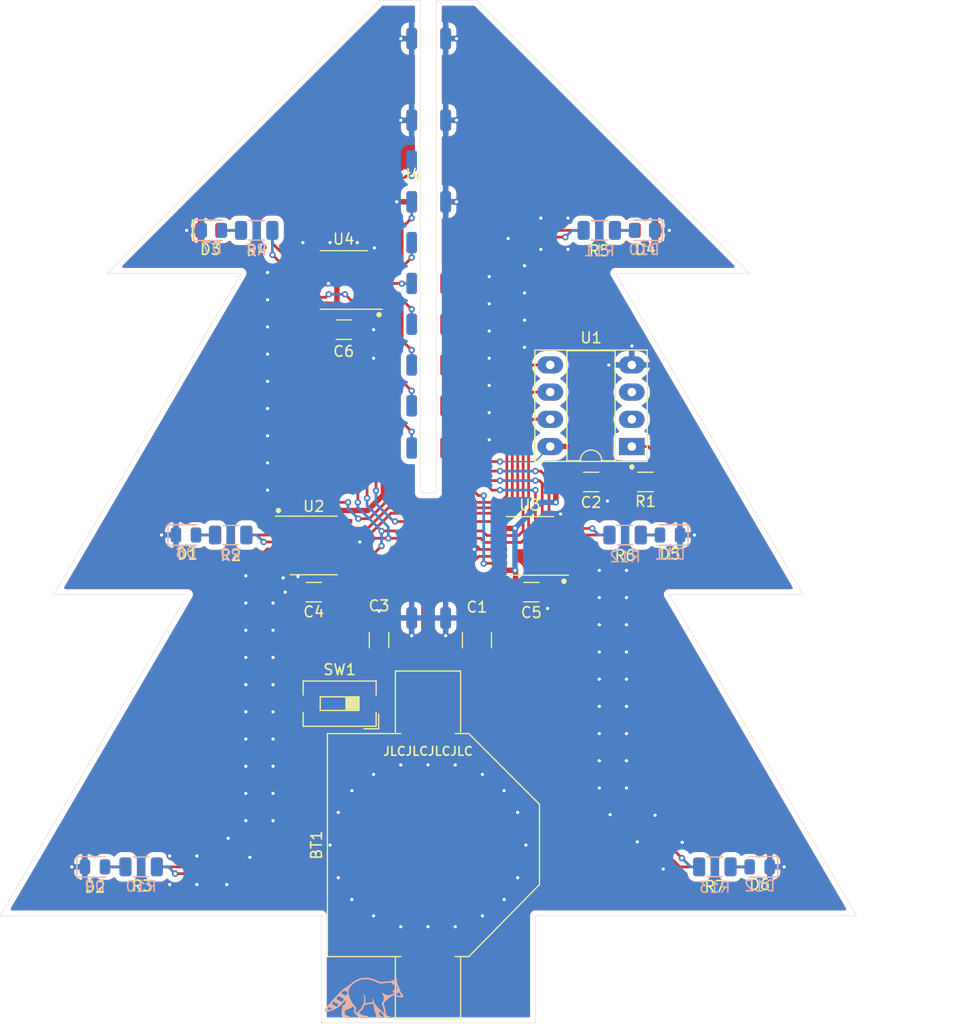
<source format=kicad_pcb>
(kicad_pcb (version 20211014) (generator pcbnew)
  (layers (0 "F.Cu" signal "Front") (31 "B.Cu" signal "Back") (34 "B.Paste" user) (35 "F.Paste" user) (36 "B.SilkS" user "B.Silkscreen") (37 "F.SilkS" user "F.Silkscreen") (38 "B.Mask" user) (39 "F.Mask" user) (44 "Edge.Cuts" user))
  (net 0 "")
  (net 1 "VCC")
  (net 2 "GND")
  (net 3 "Net-(BT1-Pad1)")
  (net 4 "/RED1")
  (net 5 "/RED2")
  (net 6 "/RED3")
  (net 7 "/RED4")
  (net 8 "/RED5")
  (net 9 "/GRE1")
  (net 10 "/GRE2")
  (net 11 "/GRE3")
  (net 12 "/GRE4")
  (net 13 "/GRE5")
  (net 14 "/YEL4")
  (net 15 "/YEL5")
  (net 16 "/YEL1")
  (net 17 "/YEL2")
  (net 18 "/BLU1")
  (net 19 "/BLU2")
  (net 20 "/BLU3")
  (net 21 "/BLU4")
  (net 22 "/BLU5")
  (net 23 "/WHI1")
  (net 24 "/WHI2")
  (net 25 "/WHI3")
  (net 26 "/WHI4")
  (net 27 "/LATCH")
  (net 28 "/CLK")
  (net 29 "/DATA")
  (net 30 "Net-(D1-Pad2)")
  (net 31 "Net-(D2-Pad2)")
  (net 32 "Net-(D3-Pad2)")
  (net 33 "Net-(D9-Pad2)")
  (net 34 "Net-(D10-Pad2)")
  (net 35 "Net-(D4-Pad2)")
  (net 36 "Net-(D5-Pad2)")
  (net 37 "Net-(D6-Pad2)")
  (net 38 "Net-(D7-Pad2)")
  (net 39 "Net-(D8-Pad2)")
  (net 40 "Net-(D11-Pad2)")
  (net 41 "Net-(D12-Pad2)")
  (net 44 "Net-(U2-Pad9)")
  (net 45 "Net-(U3-Pad9)")
  (net 47 "/YEL3")
  (net 48 "Net-(R1-Pad1)")
  (footprint "Connector_Wire:SolderWirePad_1x01_SMD_1x2mm" (layer "F.Cu") (at 142.113 115.189)
    (fp_text reference "J20" hide)
    (fp_text value "GNC_BOND")
  )
  (footprint "Resistor_SMD:R_1206_3216Metric" (layer "F.Cu") (at 160.782 102.489 180)
    (fp_text reference "R1")
    (fp_text value "10k")
  )
  (footprint "Resistor_SMD:R_1206_3216Metric" (layer "F.Cu") (at 167.259 138.43 180)
    (fp_text reference "R7")
    (fp_text value "51")
  )
  (footprint "custom:2032 battery clip" (layer "F.Cu") (at 140.462 136.398 90)
    (fp_text reference "BT1")
    (fp_text value locked "CR2032")
  )
  (footprint "LED_SMD:LED_0805_2012Metric" (layer "F.Cu") (at 171.45 138.43 180)
    (fp_text reference "D6")
    (fp_text value "RED")
  )
  (footprint "Connector_Wire:SolderWirePad_1x01_SMD_1x2mm" (layer "F.Cu") (at 138.938 68.707)
    (fp_text reference "J7" hide)
    (fp_text value "GNC_BOND")
  )
  (footprint "Connector_Wire:SolderWirePad_1x01_SMD_1x2mm" (layer "F.Cu") (at 138.938 115.189)
    (fp_text reference "J8" hide)
    (fp_text value "GNC_BOND")
  )
  (footprint "LED_SMD:LED_0805_2012Metric" (layer "F.Cu") (at 109.347 138.43)
    (fp_text reference "D2")
    (fp_text value "WHI")
  )
  (footprint "Connector_Wire:SolderWirePad_1x01_SMD_1x2mm" (layer "F.Cu") (at 142.113 87.757)
    (fp_text reference "J10" hide)
    (fp_text value "YEL3")
  )
  (footprint "LED_SMD:LED_0805_2012Metric" (layer "F.Cu") (at 160.782 78.994 180)
    (fp_text reference "D4")
    (fp_text value "BLU")
  )
  (footprint "Connector_Wire:SolderWirePad_1x01_SMD_1x2mm" (layer "F.Cu") (at 142.113 99.314)
    (fp_text reference "J26" hide)
    (fp_text value "RED5")
  )
  (footprint "Resistor_SMD:R_1206_3216Metric" (layer "F.Cu") (at 156.464 78.994 180)
    (fp_text reference "R5")
    (fp_text value "1")
  )
  (footprint "Connector_Wire:SolderWirePad_1x01_SMD_1x2mm" (layer "F.Cu") (at 142.113 91.567)
    (fp_text reference "J25" hide)
    (fp_text value "WHI4")
  )
  (footprint "Connector_Wire:SolderWirePad_1x01_SMD_1x2mm" (layer "F.Cu") (at 142.113 95.377)
    (fp_text reference "J11" hide)
    (fp_text value "GRE1")
  )
  (footprint "Connector_Wire:SolderWirePad_1x01_SMD_1x2mm" (layer "F.Cu") (at 142.113 68.707)
    (fp_text reference "J18" hide)
    (fp_text value "GNC_BOND")
  )
  (footprint "Connector_Wire:SolderWirePad_1x01_SMD_1x2mm" (layer "F.Cu") (at 142.113 76.327)
    (fp_text reference "J19" hide)
    (fp_text value "GNC_BOND")
  )
  (footprint "Capacitor_SMD:C_1210_3225Metric" (layer "F.Cu") (at 145.034 117.27 90)
    (fp_text reference "C1")
    (fp_text value "100u")
  )
  (footprint "LED_SMD:LED_0805_2012Metric" (layer "F.Cu") (at 117.856 107.442)
    (fp_text reference "D1")
    (fp_text value "GRE")
  )
  (footprint "Connector_Wire:SolderWirePad_1x01_SMD_1x2mm" (layer "F.Cu") (at 138.938 61.087)
    (fp_text reference "J6" hide)
    (fp_text value "GNC_BOND")
  )
  (footprint "Capacitor_SMD:C_1206_3216Metric" (layer "F.Cu") (at 129.794 112.776 180)
    (fp_text reference "C4")
    (fp_text value "0.1u")
  )
  (footprint "Connector_Wire:SolderWirePad_1x01_SMD_1x2mm" (layer "F.Cu") (at 142.113 61.087)
    (fp_text reference "J17" hide)
    (fp_text value "GNC_BOND")
  )
  (footprint "Connector_Wire:SolderWirePad_1x01_SMD_1x2mm" (layer "F.Cu") (at 138.938 76.327)
    (fp_text reference "J4")
    (fp_text value "GNC_BOND")
  )
  (footprint "Button_Switch_SMD:SW_DIP_SPSTx01_Slide_6.7x4.1mm_W6.73mm_P2.54mm_LowProfile_JPin" (layer "F.Cu") (at 132.207 123.19 180)
    (fp_text reference "SW1")
    (fp_text value "ON/OFF")
  )
  (footprint "Resistor_SMD:R_1206_3216Metric" (layer "F.Cu") (at 113.665 138.43)
    (fp_text reference "R3")
    (fp_text value "1")
  )
  (footprint "Capacitor_SMD:C_1206_3216Metric" (layer "F.Cu") (at 135.89 117.27 90)
    (fp_text reference "C3")
    (fp_text value "0.47u")
  )
  (footprint "Connector_Wire:SolderWirePad_1x01_SMD_1x2mm" (layer "F.Cu") (at 142.113 83.947)
    (fp_text reference "J28" hide)
    (fp_text value "TOP_STAR_VCC")
  )
  (footprint "LED_SMD:LED_0805_2012Metric" (layer "F.Cu") (at 163.068 107.442 180)
    (fp_text reference "D5")
    (fp_text value "YEL")
  )
  (footprint "Package_SO:TSSOP-16_4.4x5mm_P0.65mm" (layer "F.Cu") (at 129.794 108.417)
    (fp_text reference "U2")
    (fp_text value "74HC595")
  )
  (footprint "Resistor_SMD:R_1206_3216Metric" (layer "F.Cu") (at 158.877 107.442 180)
    (fp_text reference "R6")
    (fp_text value "39")
  )
  (footprint "Capacitor_SMD:C_1206_3216Metric" (layer "F.Cu") (at 132.588 88.265)
    (fp_text reference "C6")
    (fp_text value "0.1u")
  )
  (footprint "Package_SO:TSSOP-16_4.4x5mm_P0.65mm" (layer "F.Cu") (at 149.987 108.458 180)
    (fp_text reference "U3")
    (fp_text value "74HC595")
  )
  (footprint "LED_SMD:LED_0805_2012Metric" (layer "F.Cu") (at 120.142 78.994)
    (fp_text reference "D3")
    (fp_text value "RED")
  )
  (footprint "Capacitor_SMD:C_1206_3216Metric" (layer "F.Cu") (at 155.702 102.489)
    (fp_text reference "C2")
    (fp_text value "0.1u")
  )
  (footprint "Package_SO:TSSOP-16_4.4x5mm_P0.65mm" (layer "F.Cu") (at 132.588 83.622 180)
    (fp_text reference "U4")
    (fp_text value "74HC595")
  )
  (footprint "Package_DIP:DIP-8_W7.62mm_Socket_LongPads" (layer "F.Cu") (at 159.502 99.177 180)
    (fp_text reference "U1")
    (fp_text value "ATtiny45V-10S")
  )
  (footprint "Resistor_SMD:R_1206_3216Metric" (layer "F.Cu") (at 124.46 78.994)
    (fp_text reference "R4")
    (fp_text value "51")
  )
  (footprint "Resistor_SMD:R_1206_3216Metric" (layer "F.Cu") (at 122.047 107.442)
    (fp_text reference "R2")
    (fp_text value "39")
  )
  (footprint "Capacitor_SMD:C_1206_3216Metric" (layer "F.Cu") (at 150.114 112.776)
    (fp_text reference "C5")
    (fp_text value "0.1u")
  )
  (footprint "LED_SMD:LED_0805_2012Metric" (layer "B.Cu") (at 117.856 107.442)
    (fp_text reference "D8")
    (fp_text value "BLU")
  )
  (footprint "LED_SMD:LED_0805_2012Metric" (layer "B.Cu") (at 163.068 107.442 180)
    (fp_text reference "D11")
    (fp_text value "RED")
  )
  (footprint "Resistor_SMD:R_1206_3216Metric" (layer "B.Cu") (at 124.46 78.994)
    (fp_text reference "R8")
    (fp_text value "39")
  )
  (footprint "Resistor_SMD:R_1206_3216Metric" (layer "B.Cu") (at 113.665 138.43)
    (fp_text reference "R10")
    (fp_text value "39")
  )
  (footprint "Resistor_SMD:R_1206_3216Metric" (layer "B.Cu") (at 122.0216 107.442)
    (fp_text reference "R9")
    (fp_text value "1")
  )
  (footprint "Connector_Wire:SolderWirePad_1x01_SMD_1x2mm" (layer "B.Cu") (at 138.938 91.567 180)
    (fp_text reference "J24" hide)
    (fp_text value "YEL5")
  )
  (footprint "Connector_Wire:SolderWirePad_1x01_SMD_1x2mm" (layer "B.Cu") (at 142.113 68.707 180)
    (fp_text reference "J16" hide)
    (fp_text value "GNC_BOND")
  )
  (footprint "Connector_Wire:SolderWirePad_1x01_SMD_1x2mm" (layer "B.Cu") (at 138.938 80.137 180)
    (fp_text reference "J2" hide)
    (fp_text value "YEL4")
  )
  (footprint "Connector_Wire:SolderWirePad_1x01_SMD_1x2mm" (layer "B.Cu") (at 142.113 115.189 180)
    (fp_text reference "J9" hide)
    (fp_text value "GNC_BOND")
  )
  (footprint "Connector_Wire:SolderWirePad_1x01_SMD_1x2mm" (layer "B.Cu") (at 138.938 72.517 180)
    (fp_text reference "J1" hide)
    (fp_text value "RED4")
  )
  (footprint "Resistor_SMD:R_1206_3216Metric" (layer "B.Cu") (at 158.877 107.442 180)
    (fp_text reference "R12")
    (fp_text value "51")
  )
  (footprint "Resistor_SMD:R_1206_3216Metric" (layer "B.Cu") (at 167.259 138.43 180)
    (fp_text reference "R13")
    (fp_text value "1")
  )
  (footprint "Connector_Wire:SolderWirePad_1x01_SMD_1x2mm" (layer "B.Cu") (at 138.938 99.314 180)
    (fp_text reference "J27" hide)
    (fp_text value "GRE3")
  )
  (footprint "Connector_Wire:SolderWirePad_1x01_SMD_1x2mm" (layer "B.Cu") (at 138.938 87.757 180)
    (fp_text reference "J3" hide)
    (fp_text value "BLU1")
  )
  (footprint "Connector_Wire:SolderWirePad_1x01_SMD_1x2mm" (layer "B.Cu") (at 138.938 61.087 180)
    (fp_text reference "J5" hide)
    (fp_text value "GNC_BOND")
  )
  (footprint "Connector_Wire:SolderWirePad_1x01_SMD_1x2mm" (layer "B.Cu") (at 138.938 76.327 180)
    (fp_text reference "J22" hide)
    (fp_text value "GRE2")
  )
  (footprint "Connector_Wire:SolderWirePad_1x01_SMD_1x2mm" (layer "B.Cu") (at 138.938 83.947 180)
    (fp_text reference "J23" hide)
    (fp_text value "BLU2")
  )
  (footprint "LED_SMD:LED_0805_2012Metric" (layer "B.Cu") (at 160.655 78.994 180)
    (fp_text reference "D10")
    (fp_text value "WHI")
  )
  (footprint "Connector_Wire:SolderWirePad_1x01_SMD_1x2mm" (layer "B.Cu") (at 142.113 61.087 180)
    (fp_text reference "J15" hide)
    (fp_text value "GNC_BOND")
  )
  (footprint "custom:_Racoon_small" (layer "B.Cu") (at 135.033833 147.69659 180)
    (fp_text reference "S1" hide)
    (fp_text value "Coon_small" hide)
  )
  (footprint "LED_SMD:LED_0805_2012Metric" (layer "B.Cu") (at 171.45 138.43 180)
    (fp_text reference "D12")
    (fp_text value "BLU")
  )
  (footprint "Resistor_SMD:R_1206_3216Metric" (layer "B.Cu") (at 156.464 78.994 180)
    (fp_text reference "R11")
    (fp_text value "1")
  )
  (footprint "Connector_Wire:SolderWirePad_1x01_SMD_1x2mm" (layer "B.Cu") (at 138.938 68.707 180)
    (fp_text reference "J21" hide)
    (fp_text value "GNC_BOND")
  )
  (footprint "Connector_Wire:SolderWirePad_1x01_SMD_1x2mm" (layer "B.Cu") (at 142.113 76.327 180)
    (fp_text reference "J14" hide)
    (fp_text value "GNC_BOND")
  )
  (footprint "Connector_Wire:SolderWirePad_1x01_SMD_1x2mm" (layer "B.Cu") (at 138.938 115.189 180)
    (fp_text reference "J13" hide)
    (fp_text value "GNC_BOND")
  )
  (footprint "LED_SMD:LED_0805_2012Metric" (layer "B.Cu") (at 120.269 78.994)
    (fp_text reference "D7")
    (fp_text value "YEL")
  )
  (footprint "Connector_Wire:SolderWirePad_1x01_SMD_1x2mm" (layer "B.Cu") (at 138.938 95.377 180)
    (fp_text reference "J12" hide)
    (fp_text value "WHI3")
  )
  (footprint "LED_SMD:LED_0805_2012Metric" (layer "B.Cu") (at 109.347 138.43)
    (fp_text reference "D9")
    (fp_text value "GRE")
  )
  (gr_circle (center 159.512 101.092) (end 159.639 101.092) (layer "F.SilkS") (width 0.254) (fill none))
  (gr_circle (center 135.89 86.868) (end 136.017 86.868) (layer "F.SilkS") (width 0.254) (fill none))
  (gr_circle (center 126.492 105.156) (end 126.619 105.156) (layer "F.SilkS") (width 0.254) (fill none))
  (gr_circle (center 153.162 111.76) (end 153.289 111.76) (layer "F.SilkS") (width 0.254) (fill none))
  (gr_line (start 139.75 57.5) (end 139.75 103.5) (layer "Edge.Cuts") (width 0.0381))
  (gr_line (start 130.5 143) (end 100.5 143) (layer "Edge.Cuts") (width 0.0381))
  (gr_line (start 100.5 143) (end 118 113) (layer "Edge.Cuts") (width 0.0381))
  (gr_line (start 145 57.5) (end 141.25 57.5) (layer "Edge.Cuts") (width 0.0381))
  (gr_line (start 136 57.5) (end 139.75 57.5) (layer "Edge.Cuts") (width 0.0381))
  (gr_line (start 130.5 153) (end 130.5 143) (layer "Edge.Cuts") (width 0.0381))
  (gr_line (start 145 57.5) (end 170.5 83) (layer "Edge.Cuts") (width 0.0381))
  (gr_line (start 110.5 83) (end 123 83) (layer "Edge.Cuts") (width 0.0381))
  (gr_line (start 118 113) (end 105.5 113) (layer "Edge.Cuts") (width 0.0381))
  (gr_line (start 110.5 83) (end 136 57.5) (layer "Edge.Cuts") (width 0.0381))
  (gr_line (start 150.5 153) (end 130.5 153) (layer "Edge.Cuts") (width 0.0381))
  (gr_line (start 141.25 103.5) (end 141.25 57.5) (layer "Edge.Cuts") (width 0.0381))
  (gr_line (start 180.5 143) (end 150.5 143) (layer "Edge.Cuts") (width 0.0381))
  (gr_line (start 139.75 103.5) (end 141.25 103.5) (layer "Edge.Cuts") (width 0.0381))
  (gr_line (start 158 83) (end 175.5 113) (layer "Edge.Cuts") (width 0.0381))
  (gr_line (start 158 83) (end 170.5 83) (layer "Edge.Cuts") (width 0.0381))
  (gr_line (start 175.5 113) (end 163 113) (layer "Edge.Cuts") (width 0.0381))
  (gr_line (start 105.5 113) (end 123 83) (layer "Edge.Cuts") (width 0.0381))
  (gr_line (start 163 113) (end 180.5 143) (layer "Edge.Cuts") (width 0.0381))
  (gr_line (start 150.5 143) (end 150.5 153) (layer "Edge.Cuts") (width 0.0381))
  (gr_text "JLCJLCJLCJLC" (at 140.462 127.635) (layer "F.SilkS") (effects (font (size 0.8128 0.8128) (thickness 0.1524))))
  (segment (start 153.973 102.44) (end 153.035 102.44) (width 0.508) (layer "F.Cu") (net 1))
  (segment (start 144.653 90.678) (end 143.129 89.154) (width 0.254) (layer "F.Cu") (net 1))
  (segment (start 143.129 89.154) (end 143.129 86.36) (width 0.254) (layer "F.Cu") (net 1))
  (segment (start 131.572 118.745) (end 140.462 118.745) (width 1.27) (layer "F.Cu") (net 1))
  (segment (start 148.639 110.793) (end 148.639 112.776) (width 0.508) (layer "F.Cu") (net 1))
  (segment (start 154.227 99.871) (end 153.533 99.177) (width 0.508) (layer "F.Cu") (net 1))
  (segment (start 131.953 85.897) (end 129.7255 85.897) (width 0.508) (layer "F.Cu") (net 1))
  (segment (start 148.579 110.733) (end 148.639 110.793) (width 0.508) (layer "F.Cu") (net 1))
  (segment (start 152.4 103.124) (end 152.4 104.394) (width 0.508) (layer "F.Cu") (net 1))
  (segment (start 131.953 86.36) (end 131.953 82.677) (width 0.508) (layer "F.Cu") (net 1))
  (segment (start 142.113 85.344) (end 142.113 83.947) (width 0.254) (layer "F.Cu") (net 1))
  (segment (start 131.113 87.2) (end 131.953 86.36) (width 0.508) (layer "F.Cu") (net 1))
  (segment (start 132.6565 110.042) (end 131.318 110.042) (width 0.508) (layer "F.Cu") (net 1))
  (segment (start 131.273 81.997) (end 129.7255 81.997) (width 0.508) (layer "F.Cu") (net 1))
  (segment (start 153.533 99.177) (end 151.882 99.177) (width 0.508) (layer "F.Cu") (net 1))
  (segment (start 147.193 100.584) (end 146.304 100.584) (width 0.254) (layer "F.Cu") (net 1))
  (segment (start 128.842 123.19) (end 128.842 121.475) (width 1.27) (layer "F.Cu") (net 1))
  (segment (start 140.462 118.745) (end 140.462 112.776) (width 1.27) (layer "F.Cu") (net 1))
  (segment (start 158.496 100.584) (end 159.254 101.342) (width 0.254) (layer "F.Cu") (net 1))
  (segment (start 131.271 105.584) (end 131.699 105.156) (width 0.508) (layer "F.Cu") (net 1))
  (segment (start 148.59 106.807) (end 148.564 106.833) (width 0.508) (layer "F.Cu") (net 1))
  (segment (start 153.035 102.44) (end 152.4 103.075) (width 0.508) (layer "F.Cu") (net 1))
  (segment (start 147.1245 110.733) (end 148.579 110.733) (width 0.508) (layer "F.Cu") (net 1))
  (segment (start 128.842 121.475) (end 131.572 118.745) (width 1.27) (layer "F.Cu") (net 1))
  (segment (start 131.953 82.677) (end 131.273 81.997) (width 0.508) (layer "F.Cu") (net 1))
  (segment (start 146.304 100.584) (end 144.653 98.933) (width 0.254) (layer "F.Cu") (net 1))
  (segment (start 148.639 112.776) (end 140.462 112.776) (width 1.27) (layer "F.Cu") (net 1))
  (segment (start 131.113 89.711) (end 131.113 87.2) (width 0.508) (layer "F.Cu") (net 1))
  (segment (start 131.271 112.649) (end 131.271 105.584) (width 0.508) (layer "F.Cu") (net 1))
  (segment (start 144.653 98.933) (end 144.653 90.678) (width 0.254) (layer "F.Cu") (net 1))
  (segment (start 140.462 118.745) (end 145.288 118.745) (width 1.27) (layer "F.Cu") (net 1))
  (segment (start 148.564 106.833) (end 147.1245 106.833) (width 0.508) (layer "F.Cu") (net 1))
  (segment (start 154.227 102.44) (end 154.227 100.33) (width 0.508) (layer "F.Cu") (net 1))
  (segment (start 136.2964 94.8944) (end 131.113 89.711) (width 0.508) (layer "F.Cu") (net 1))
  (segment (start 159.254 101.342) (end 159.254 102.44) (width 0.254) (layer "F.Cu") (net 1))
  (segment (start 131.6736 105.156) (end 134.8232 105.156) (width 0.508) (layer "F.Cu") (net 1))
  (segment (start 132.6565 106.142) (end 131.318 106.142) (width 0.508) (layer "F.Cu") (net 1))
  (segment (start 154.227 100.33) (end 154.227 99.871) (width 0.508) (layer "F.Cu") (net 1))
  (segment (start 154.227 100.584) (end 158.496 100.584) (width 0.254) (layer "F.Cu") (net 1))
  (segment (start 140.462 112.776) (end 131.398 112.776) (width 1.27) (layer "F.Cu") (net 1))
  (segment (start 136.2964 103.6828) (end 136.2964 94.8944) (width 0.508) (layer "F.Cu") (net 1))
  (segment (start 134.8232 105.156) (end 136.2964 103.6828) (width 0.508) (layer "F.Cu") (net 1))
  (segment (start 143.129 86.36) (end 142.113 85.344) (width 0.254) (layer "F.Cu") (net 1))
  (via (at 147.193 100.584) (size 0.6) (drill 0.3) (layers "F.Cu" "B.Cu") (net 1))
  (via (at 148.59 110.744) (size 0.6) (drill 0.3) (layers "F.Cu" "B.Cu") (net 1))
  (via (at 148.59 106.807) (size 0.6) (drill 0.3) (layers "F.Cu" "B.Cu") (net 1))
  (via (at 152.4 104.394) (size 0.6) (drill 0.3) (layers "F.Cu" "B.Cu") (net 1))
  (segment (start 152.4 104.394) (end 151.003 104.394) (width 0.508) (layer "B.Cu") (net 1))
  (segment (start 150.475 100.584) (end 147.193 100.584) (width 0.127) (layer "B.Cu") (net 1))
  (segment (start 151.003 104.394) (end 148.59 106.807) (width 0.508) (layer "B.Cu") (net 1))
  (segment (start 148.59 106.807) (end 148.59 110.744) (width 0.508) (layer "B.Cu") (net 1))
  (segment (start 151.882 99.177) (end 150.475 100.584) (width 0.127) (layer "B.Cu") (net 1))
  (segment (start 107.188 138.43) (end 108.5365 138.43) (width 0.254) (layer "F.Cu") (net 2))
  (segment (start 142.113 76.327) (end 143.129 76.327) (width 0.254) (layer "F.Cu") (net 2))
  (segment (start 126.9315 111.4475) (end 126.9315 110.692) (width 0.254) (layer "F.Cu") (net 2))
  (segment (start 131.1656 83.947) (end 129.7255 83.947) (width 0.254) (layer "F.Cu") (net 2))
  (segment (start 134.0866 108.092) (end 132.6311 108.092) (width 0.254) (layer "F.Cu") (net 2))
  (segment (start 142.113 68.707) (end 143.129 68.707) (width 0.254) (layer "F.Cu") (net 2))
  (segment (start 161.6565 78.994) (end 163.005 78.994) (width 0.254) (layer "F.Cu") (net 2))
  (segment (start 172.3875 138.43) (end 173.736 138.43) (width 0.254) (layer "F.Cu") (net 2))
  (segment (start 138.938 116.84) (end 138.938 115.189) (width 0.254) (layer "F.Cu") (net 2))
  (segment (start 135.4505 80.6325) (end 135.4505 81.347) (width 0.254) (layer "F.Cu") (net 2))
  (segment (start 152.8495 105.4785) (end 152.8495 106.183) (width 0.254) (layer "F.Cu") (net 2))
  (segment (start 135.89 114.554) (end 135.89 115.795) (width 0.254) (layer "F.Cu") (net 2))
  (segment (start 144.78 108.783) (end 147.1245 108.783) (width 0.254) (layer "F.Cu") (net 2))
  (segment (start 135.382 88.265) (end 133.938 88.265) (width 0.254) (layer "F.Cu") (net 2))
  (segment (start 151.638 112.825) (end 151.589 112.776) (width 0.254) (layer "F.Cu") (net 2))
  (segment (start 119.2675 78.994) (end 117.919 78.994) (width 0.254) (layer "F.Cu") (net 2))
  (segment (start 159.502 89.799) (end 159.512 89.789) (width 0.508) (layer "F.Cu") (net 2))
  (segment (start 151.638 114.3) (end 151.638 112.825) (width 0.254) (layer "F.Cu") (net 2))
  (segment (start 138.938 61.087) (end 137.922 61.087) (width 0.254) (layer "F.Cu") (net 2))
  (segment (start 141.986 136.525) (end 138.938 136.525) (width 13.97) (layer "F.Cu") (net 2))
  (segment (start 116.9185 107.442) (end 115.57 107.442) (width 0.254) (layer "F.Cu") (net 2))
  (segment (start 128.319 112.776) (end 127.127 112.776) (width 0.254) (layer "F.Cu") (net 2))
  (segment (start 142.113 116.84) (end 142.113 115.189) (width 0.254) (layer "F.Cu") (net 2))
  (segment (start 138.938 68.707) (end 137.922 68.707) (width 0.254) (layer "F.Cu") (net 2))
  (segment (start 128.319 111.33) (end 128.319 112.776) (width 0.254) (layer "F.Cu") (net 2))
  (segment (start 138.938 76.327) (end 137.541 76.327) (width 0.254) (layer "F.Cu") (net 2))
  (segment (start 157.363 91.557) (end 157.353 91.567) (width 0.508) (layer "F.Cu") (net 2))
  (segment (start 157.226 104.267) (end 157.226 102.489) (width 0.254) (layer "F.Cu") (net 2))
  (segment (start 142.113 61.087) (end 143.129 61.087) (width 0.254) (layer "F.Cu") (net 2))
  (segment (start 165.354 107.442) (end 164.0055 107.442) (width 0.254) (layer "F.Cu") (net 2))
  (segment (start 159.502 91.557) (end 157.363 91.557) (width 0.508) (layer "F.Cu") (net 2))
  (segment (start 159.502 91.557) (end 159.502 89.799) (width 0.508) (layer "F.Cu") (net 2))
  (via (at 159.004 110.744) (size 0.6) (drill 0.3) (layers "F.Cu" "B.Cu") (net 2))
  (via (at 143.129 61.087) (size 0.6) (drill 0.3) (layers "F.Cu" "B.Cu") (net 2))
  (via (at 123.444 131.572) (size 0.6) (drill 0.3) (layers "F.Cu" "B.Cu") (net 2))
  (via (at 147.574 141.478) (size 0.6) (drill 0.3) (layers "F.Cu" "B.Cu") (net 2))
  (via (at 156.464 110.744) (size 0.6) (drill 0.3) (layers "F.Cu" "B.Cu") (net 2))
  (via (at 137.922 68.707) (size 0.6) (drill 0.3) (layers "F.Cu" "B.Cu") (net 2))
  (via (at 147.574 131.318) (size 0.6) (drill 0.3) (layers "F.Cu" "B.Cu") (net 2))
  (via (at 159.004 118.364) (size 0.6) (drill 0.3) (layers "F.Cu" "B.Cu") (net 2))
  (via (at 146.177 90.932) (size 0.6) (drill 0.3) (layers "F.Cu" "B.Cu") (net 2))
  (via (at 151.003 77.851) (size 0.6) (drill 0.3) (layers "F.Cu" "B.Cu") (net 2))
  (via (at 123.444 134.112) (size 0.6) (drill 0.3) (layers "F.Cu" "B.Cu") (net 2))
  (via (at 134.0866 108.092) (size 0.6) (drill 0.3) (layers "F.Cu" "B.Cu") (net 2))
  (via (at 123.444 129.032) (size 0.6) (drill 0.3) (layers "F.Cu" "B.Cu") (net 2))
  (via (at 123.444 111.252) (size 0.6) (drill 0.3) (layers "F.Cu" "B.Cu") (net 2))
  (via (at 128.319 111.33) (size 0.6) (drill 0.3) (layers "F.Cu" "B.Cu") (net 2))
  (via (at 157.226 104.267) (size 0.6) (drill 0.3) (layers "F.Cu" "B.Cu") (net 2))
  (via (at 125.984 126.492) (size 0.6) (drill 0.3) (layers "F.Cu" "B.Cu") (net 2))
  (via (at 127.127 112.776) (size 0.6) (drill 0.3) (layers "F.Cu" "B.Cu") (net 2))
  (via (at 137.922 61.087) (size 0.6) (drill 0.3) (layers "F.Cu" "B.Cu") (net 2))
  (via (at 151.638 114.3) (size 0.6) (drill 0.3) (layers "F.Cu" "B.Cu") (net 2))
  (via (at 146.177 83.312) (size 0.6) (drill 0.3) (layers "F.Cu" "B.Cu") (net 2))
  (via (at 125.476 90.551) (size 0.6) (drill 0.3) (layers "F.Cu" "B.Cu") (net 2))
  (via (at 140.462 128.905) (size 0.6) (drill 0.3) (layers "F.Cu" "B.Cu") (net 2))
  (via (at 128.778 80.137) (size 0.6) (drill 0.3) (layers "F.Cu" "B.Cu") (net 2))
  (via (at 135.89 114.554) (size 0.6) (drill 0.3) (layers "F.Cu" "B.Cu") (net 2))
  (via (at 140.462 144.018) (size 0.6) (drill 0.3) (layers "F.Cu" "B.Cu") (net 2))
  (via (at 125.984 134.112) (size 0.6) (drill 0.3) (layers "F.Cu" "B.Cu") (net 2))
  (via (at 133.35 141.478) (size 0.6) (drill 0.3) (layers "F.Cu" "B.Cu") (net 2))
  (via (at 125.984 118.872) (size 0.6) (drill 0.3) (layers "F.Cu" "B.Cu") (net 2))
  (via (at 125.476 93.091) (size 0.6) (drill 0.3) (layers "F.Cu" "B.Cu") (net 2))
  (via (at 115.57 107.442) (size 0.6) (drill 0.3) (layers "F.Cu" "B.Cu") (net 2))
  (via (at 137.541 76.327) (size 0.6) (drill 0.3) (layers "F.Cu" "B.Cu") (net 2))
  (via (at 149.479 84.836) (size 0.6) (drill 0.3) (layers "F.Cu" "B.Cu") (net 2))
  (via (at 156.464 118.364) (size 0.6) (drill 0.3) (layers "F.Cu" "B.Cu") (net 2))
  (via (at 159.004 128.524) (size 0.6) (drill 0.3) (layers "F.Cu" "B.Cu") (net 2))
  (via (at 162.433 138.6332) (size 0.6) (drill 0.3) (layers "F.Cu" "B.Cu") (net 2))
  (via (at 152.8495 105.4785) (size 0.6) (drill 0.3) (layers "F.Cu" "B.Cu") (net 2))
  (via (at 135.382 88.265) (size 0.6) (drill 0.3) (layers "F.Cu" "B.Cu") (net 2))
  (via (at 125.476 95.631) (size 0.6) (drill 0.3) (layers "F.Cu" "B.Cu") (net 2))
  (via (at 117.919 78.994) (size 0.6) (drill 0.3) (layers "F.Cu" "B.Cu") (net 2))
  (via (at 135.382 129.794) (size 0.6) (drill 0.3) (layers "F.Cu" "B.Cu") (net 2))
  (via (at 156.464 123.444) (size 0.6) (drill 0.3) (layers "F.Cu" "B.Cu") (net 2))
  (via (at 131.1656 83.947) (size 0.6) (drill 0.3) (layers "F.Cu" "B.Cu") (net 2))
  (via (at 121.666 140.081) (size 0.6) (drill 0.3) (layers "F.Cu" "B.Cu") (net 2))
  (via (at 121.793 135.763) (size 0.6) (drill 0.3) (layers "F.Cu" "B.Cu") (net 2))
  (via (at 126.9315 111.4475) (size 0.6) (drill 0.3) (layers "F.Cu" "B.Cu") (net 2))
  (via (at 156.464 131.064) (size 0.6) (drill 0.3) (layers "F.Cu" "B.Cu") (net 2))
  (via (at 161.671 133.604) (size 0.6) (drill 0.3) (layers "F.Cu" "B.Cu") (net 2))
  (via (at 132.08 139.446) (size 0.6) (drill 0.3) (layers "F.Cu" "B.Cu") (net 2))
  (via (at 146.177 93.472) (size 0.6) (drill 0.3) (layers "F.Cu" "B.Cu") (net 2))
  (via (at 132.08 133.35) (size 0.6) (drill 0.3) (layers "F.Cu" "B.Cu") (net 2))
  (via (at 146.177 98.552) (size 0.6) (drill 0.3) (layers "F.Cu" "B.Cu") (net 2))
  (via (at 116.332 140.081) (size 0.6) (drill 0.3) (layers "F.Cu" "B.Cu") (net 2))
  (via (at 125.984 129.032) (size 0.6) (drill 0.3) (layers "F.Cu" "B.Cu") (net 2))
  (via (at 116.332 137.414) (size 0.6) (drill 0.3) (layers "F.Cu" "B.Cu") (net 2))
  (via (at 135.4505 80.6325) (size 0.6) (drill 0.3) (layers "F.Cu" "B.Cu") (net 2))
  (via (at 157.353 91.567) (size 0.6) (drill 0.3) (layers "F.Cu" "B.Cu") (net 2))
  (via (at 159.004 115.824) (size 0.6) (drill 0.3) (layers "F.Cu" "B.Cu") (net 2))
  (via (at 146.177 85.852) (size 0.6) (drill 0.3) (layers "F.Cu" "B.Cu") (net 2))
  (via (at 153.543 80.772) (size 0.6) (drill 0.3) (layers "F.Cu" "B.Cu") (net 2))
  (via (at 149.479 87.376) (size 0.6) (drill 0.3) (layers "F.Cu" "B.Cu") (net 2))
  (via (at 125.984 113.792) (size 0.6) (drill 0.3) (layers "F.Cu" "B.Cu") (net 2))
  (via (at 118.872 137.414) (size 0.6) (drill 0.3) (layers "F.Cu" "B.Cu") (net 2))
  (via (at 156.464 128.524) (size 0.6) (drill 0.3) (layers "F.Cu" "B.Cu") (net 2))
  (via (at 143.002 128.905) (size 0.6) (drill 0.3) (layers "F.Cu" "B.Cu") (net 2))
  (via (at 164.211 136.144) (size 0.6) (drill 0.3) (layers "F.Cu" "B.Cu") (net 2))
  (via (at 157.48 133.5532) (size 0.6) (drill 0.3) (layers "F.Cu" "B.Cu") (net 2))
  (via (at 159.004 131.064) (size 0.6) (drill 0.3) (layers "F.Cu" "B.Cu") (net 2))
  (via (at 142.113 116.84) (size 0.6) (drill 0.3) (layers "F.Cu" "B.Cu") (net 2))
  (via (at 125.476 100.711) (size 0.6) (drill 0.3) (layers "F.Cu" "B.Cu") (net 2))
  (via (at 125.476 103.251) (size 0.6) (drill 0.3) (layers "F.Cu" "B.Cu") (net 2))
  (via (at 149.606 136.398) (size 0.6) (drill 0.3) (layers "F.Cu" "B.Cu") (net 2))
  (via (at 123.444 113.792) (size 0.6) (drill 0.3) (layers "F.Cu" "B.Cu") (net 2))
  (via (at 147.955 79.756) (size 0.6) (drill 0.3) (layers "F.Cu" "B.Cu") (net 2))
  (via (at 146.177 96.012) (size 0.6) (drill 0.3) (layers "F.Cu" "B.Cu") (net 2))
  (via (at 133.35 131.318) (size 0.6) (drill 0.3) (layers "F.Cu" "B.Cu") (net 2))
  (via (at 137.922 128.905) (size 0.6) (drill 0.3) (layers "F.Cu" "B.Cu") (net 2))
  (via (at 125.476 88.011) (size 0.6) (drill 0.3) (layers "F.Cu" "B.Cu") (net 2))
  (via (at 156.464 115.824) (size 0.6) (drill 0.3) (layers "F.Cu" "B.Cu") (net 2))
  (via (at 135.382 143.002) (size 0.6) (drill 0.3) (layers "F.Cu" "B.Cu") (net 2))
  (via (at 123.444 116.332) (size 0.6) (drill 0.3) (layers "F.Cu" "B.Cu") (net 2))
  (via (at 125.476 85.471) (size 0.6) (drill 0.3) (layers "F.Cu" "B.Cu") (net 2))
  (via (at 123.825 137.541) (size 0.6) (drill 0.3) (layers "F.Cu" "B.Cu") (net 2))
  (via (at 123.444 126.492) (size 0.6) (drill 0.3) (layers "F.Cu" "B.Cu") (net 2))
  (via (at 149.479 82.296) (size 0.6) (drill 0.3) (layers "F.Cu" "B.Cu") (net 2))
  (via (at 123.444 118.872) (size 0.6) (drill 0.3) (layers "F.Cu" "B.Cu") (net 2))
  (via (at 148.844 139.446) (size 0.6) (drill 0.3) (layers "F.Cu" "B.Cu") (net 2))
  (via (at 125.984 131.572) (size 0.6) (drill 0.3) (layers "F.Cu" "B.Cu") (net 2))
  (via (at 131.318 80.137) (size 0.6) (drill 0.3) (layers "F.Cu" "B.Cu") (net 2))
  (via (at 159.004 113.284) (size 0.6) (drill 0.3) (layers "F.Cu" "B.Cu") (net 2))
  (via (at 125.984 116.332) (size 0.6) (drill 0.3) (layers "F.Cu" "B.Cu") (net 2))
  (via (at 159.004 120.904) (size 0.6) (drill 0.3) (layers "F.Cu" "B.Cu") (net 2))
  (via (at 156.464 120.904) (size 0.6) (drill 0.3) (layers "F.Cu" "B.Cu") (net 2))
  (via (at 138.938 116.84) (size 0.6) (drill 0.3) (layers "F.Cu" "B.Cu") (net 2))
  (via (at 159.004 123.444) (size 0.6) (drill 0.3) (layers "F.Cu" "B.Cu") (net 2))
  (via (at 156.464 113.284) (size 0.6) (drill 0.3) (layers "F.Cu" "B.Cu") (net 2))
  (via (at 133.858 80.137) (size 0.6) (drill 0.3) (layers "F.Cu" "B.Cu") (net 2))
  (via (at 165.354 107.442) (size 0.6) (drill 0.3) (layers "F.Cu" "B.Cu") (net 2))
  (via (at 125.984 121.412) (size 0.6) (drill 0.3) (layers "F.Cu" "B.Cu") (net 2))
  (via (at 131.318 136.398) (size 0.6) (drill 0.3) (layers "F.Cu" "B.Cu") (net 2))
  (via (at 118.872 140.081) (size 0.6) (drill 0.3) (layers "F.Cu" "B.Cu") (net 2))
  (via (at 123.444 121.412) (size 0.6) (drill 0.3) (layers "F.Cu" "B.Cu") (net 2))
  (via (at 144.78 108.783) (size 0.6) (drill 0.3) (layers "F.Cu" "B.Cu") (net 2))
  (via (at 153.543 77.851) (size 0.6) (drill 0.3) (layers "F.Cu" "B.Cu") (net 2))
  (via (at 159.004 125.984) (size 0.6) (drill 0.3) (layers "F.Cu" "B.Cu") (net 2))
  (via (at 156.464 125.984) (size 0.6) (drill 0.3) (layers "F.Cu" "B.Cu") (net 2))
  (via (at 151.003 80.772) (size 0.6) (drill 0.3) (layers "F.Cu" "B.Cu") (net 2))
  (via (at 173.736 138.43) (size 0.6) (drill 0.3) (layers "F.Cu" "B.Cu") (net 2))
  (via (at 143.129 76.327) (size 0.6) (drill 0.3) (layers "F.Cu" "B.Cu") (net 2))
  (via (at 107.188 138.43) (size 0.6) (drill 0.3) (layers "F.Cu" "B.Cu") (net 2))
  (via (at 145.542 129.794) (size 0.6) (drill 0.3) (layers "F.Cu" "B.Cu") (net 2))
  (via (at 159.512 89.789) (size 0.6) (drill 0.3) (layers "F.Cu" "B.Cu") (net 2))
  (via (at 125.984 123.952) (size 0.6) (drill 0.3) (layers "F.Cu" "B.Cu") (net 2))
  (via (at 143.002 144.018) (size 0.6) (drill 0.3) (layers "F.Cu" "B.Cu") (net 2))
  (via (at 143.129 68.707) (size 0.6) (drill 0.3) (layers "F.Cu" "B.Cu") (net 2))
  (via (at 125.476 82.931) (size 0.6) (drill 0.3) (layers "F.Cu" "B.Cu") (net 2))
  (via (at 146.177 88.392) (size 0.6) (drill 0.3) (layers "F.Cu" "B.Cu") (net 2))
  (via (at 148.844 133.35) (size 0.6) (drill 0.3) (layers "F.Cu" "B.Cu") (net 2))
  (via (at 135.382 90.932) (size 0.6) (drill 0.3) (layers "F.Cu" "B.Cu") (net 2))
  (via (at 160.02 136.0932) (size 0.6) (drill 0.3) (layers "F.Cu" "B.Cu") (net 2))
  (via (at 125.476 98.171) (size 0.6) (drill 0.3) (layers "F.Cu" "B.Cu") (net 2))
  (via (at 123.444 123.952) (size 0.6) (drill 0.3) (layers "F.Cu" "B.Cu") (net 2))
  (via (at 145.542 143.002) (size 0.6) (drill 0.3) (layers "F.Cu" "B.Cu") (net 2))
  (via (at 163.005 78.994) (size 0.6) (drill 0.3) (layers "F.Cu" "B.Cu") (net 2))
  (via (at 149.479 89.916) (size 0.6) (drill 0.3) (layers "F.Cu" "B.Cu") (net 2))
  (via (at 137.922 144.018) (size 0.6) (drill 0.3) (layers "F.Cu" "B.Cu") (net 2))
  (segment (start 137.922 61.087) (end 138.938 61.087) (width 0.254) (layer "B.Cu") (net 2))
  (segment (start 143.129 76.327) (end 142.113 76.327) (width 0.254) (layer "B.Cu") (net 2))
  (segment (start 137.922 68.707) (end 138.938 68.707) (width 0.254) (layer "B.Cu") (net 2))
  (segment (start 142.113 116.84) (end 142.113 115.189) (width 0.254) (layer "B.Cu") (net 2))
  (segment (start 115.57 107.442) (end 116.9185 107.442) (width 0.254) (layer "B.Cu") (net 2))
  (segment (start 143.129 68.707) (end 142.113 68.707) (width 0.254) (layer "B.Cu") (net 2))
  (segment (start 163.005 78.994) (end 161.6565 78.994) (width 0.254) (layer "B.Cu") (net 2))
  (segment (start 164.0055 107.442) (end 165.354 107.442) (width 0.254) (layer "B.Cu") (net 2))
  (segment (start 108.5365 138.43) (end 107.188 138.43) (width 0.254) (layer "B.Cu") (net 2))
  (segment (start 117.919 78.994) (end 119.2675 78.994) (width 0.254) (layer "B.Cu") (net 2))
  (segment (start 173.736 138.43) (end 172.3875 138.43) (width 0.254) (layer "B.Cu") (net 2))
  (segment (start 143.129 61.087) (end 142.113 61.087) (width 0.254) (layer "B.Cu") (net 2))
  (segment (start 138.938 116.84) (end 138.938 115.189) (width 0.254) (layer "B.Cu") (net 2))
  (segment (start 135.572 123.19) (end 140.204 123.19) (width 1.27) (layer "F.Cu") (net 3))
  (segment (start 140.204 123.19) (end 140.462 123.448) (width 1.27) (layer "F.Cu") (net 3))
  (segment (start 128.143 105.4735) (end 127.1016 104.4321) (width 0.254) (layer "F.Cu") (net 4))
  (segment (start 127.1016 81.3816) (end 125.9225 80.2025) (width 0.254) (layer "F.Cu") (net 4))
  (segment (start 126.9315 106.142) (end 127.8555 106.142) (width 0.254) (layer "F.Cu") (net 4))
  (segment (start 127.8555 106.142) (end 128.143 105.8545) (width 0.254) (layer "F.Cu") (net 4))
  (segment (start 127.1016 104.4321) (end 127.1016 81.3816) (width 0.254) (layer "F.Cu") (net 4))
  (segment (start 128.143 105.8545) (end 128.143 105.4735) (width 0.254) (layer "F.Cu") (net 4))
  (segment (start 125.9225 80.2025) (end 125.9225 78.994) (width 0.254) (layer "F.Cu") (net 4))
  (segment (start 155.8042 106.833) (end 152.8495 106.833) (width 0.254) (layer "F.Cu") (net 5))
  (via (at 155.8042 106.833) (size 0.6) (drill 0.3) (layers "F.Cu" "B.Cu") (net 5))
  (segment (start 156.4132 107.442) (end 157.4399 107.442) (width 0.254) (layer "B.Cu") (net 5))
  (segment (start 155.8042 106.833) (end 156.4132 107.442) (width 0.254) (layer "B.Cu") (net 5))
  (segment (start 157.48 110.6424) (end 157.48 131.9276) (width 0.254) (layer "F.Cu") (net 6))
  (segment (start 152.8495 108.783) (end 155.6206 108.783) (width 0.254) (layer "F.Cu") (net 6))
  (segment (start 157.48 131.9276) (end 163.9824 138.43) (width 0.254) (layer "F.Cu") (net 6))
  (segment (start 163.9824 138.43) (end 165.7711 138.43) (width 0.254) (layer "F.Cu") (net 6))
  (segment (start 155.6206 108.783) (end 157.48 110.6424) (width 0.254) (layer "F.Cu") (net 6))
  (segment (start 136.57 81.997) (end 135.4505 81.997) (width 0.254) (layer "F.Cu") (net 7))
  (segment (start 136.906 81.661) (end 136.57 81.997) (width 0.254) (layer "F.Cu") (net 7))
  (segment (start 138.938 73.914) (end 138.43 73.914) (width 0.254) (layer "F.Cu") (net 7))
  (segment (start 138.43 73.914) (end 136.906 75.438) (width 0.254) (layer "F.Cu") (net 7))
  (segment (start 136.906 75.438) (end 136.906 81.661) (width 0.254) (layer "F.Cu") (net 7))
  (via (at 138.938 73.914) (size 0.6) (drill 0.3) (layers "F.Cu" "B.Cu") (net 7))
  (segment (start 138.938 73.914) (end 138.938 72.517) (width 0.254) (layer "B.Cu") (net 7))
  (segment (start 142.113 100.711) (end 142.113 99.314) (width 0.254) (layer "F.Cu") (net 8))
  (segment (start 145.695 110.083) (end 145.669 110.109) (width 0.254) (layer "F.Cu") (net 8))
  (segment (start 147.1245 110.083) (end 145.695 110.083) (width 0.254) (layer "F.Cu") (net 8))
  (segment (start 145.669 103.759) (end 145.161 103.759) (width 0.254) (layer "F.Cu") (net 8))
  (segment (start 145.161 103.759) (end 142.113 100.711) (width 0.254) (layer "F.Cu") (net 8))
  (via (at 145.669 103.759) (size 0.6) (drill 0.3) (layers "F.Cu" "B.Cu") (net 8))
  (via (at 145.669 110.109) (size 0.6) (drill 0.3) (layers "F.Cu" "B.Cu") (net 8))
  (segment (start 145.669 103.759) (end 145.669 110.109) (width 0.254) (layer "B.Cu") (net 8))
  (segment (start 151.881 110.733) (end 152.8495 110.733) (width 0.254) (layer "F.Cu") (net 9))
  (segment (start 143.002 99.822) (end 143.002 97.663) (width 0.254) (layer "F.Cu") (net 9))
  (segment (start 147.193 103.251) (end 146.431 103.251) (width 0.254) (layer "F.Cu") (net 9))
  (segment (start 142.113 96.774) (end 142.113 95.377) (width 0.254) (layer "F.Cu") (net 9))
  (segment (start 150.495 103.2965) (end 150.495 109.347) (width 0.254) (layer "F.Cu") (net 9))
  (segment (start 150.495 109.347) (end 151.881 110.733) (width 0.254) (layer "F.Cu") (net 9))
  (segment (start 146.431 103.251) (end 143.002 99.822) (width 0.254) (layer "F.Cu") (net 9))
  (segment (start 143.002 97.663) (end 142.113 96.774) (width 0.254) (layer "F.Cu") (net 9))
  (via (at 150.495 103.251) (size 0.6) (drill 0.3) (layers "F.Cu" "B.Cu") (net 9))
  (via (at 147.193 103.251) (size 0.6) (drill 0.3) (layers "F.Cu" "B.Cu") (net 9))
  (segment (start 147.193 103.251) (end 150.4495 103.251) (width 0.254) (layer "B.Cu") (net 9))
  (segment (start 137.19 82.647) (end 135.4505 82.647) (width 0.254) (layer "F.Cu") (net 10))
  (segment (start 138.049 81.788) (end 137.19 82.647) (width 0.254) (layer "F.Cu") (net 10))
  (segment (start 138.938 77.851) (end 138.049 78.74) (width 0.254) (layer "F.Cu") (net 10))
  (segment (start 138.049 78.74) (end 138.049 81.788) (width 0.254) (layer "F.Cu") (net 10))
  (via (at 138.938 77.851) (size 0.6) (drill 0.3) (layers "F.Cu" "B.Cu") (net 10))
  (segment (start 138.938 77.724) (end 138.938 76.327) (width 0.254) (layer "B.Cu") (net 10))
  (segment (start 131.191 84.963) (end 130.907 85.247) (width 0.254) (layer "F.Cu") (net 11))
  (segment (start 137.033 86.995) (end 136.652 86.614) (width 0.254) (layer "F.Cu") (net 11))
  (segment (start 138.938 97.79) (end 137.033 95.885) (width 0.254) (layer "F.Cu") (net 11))
  (segment (start 130.907 85.247) (end 129.7255 85.247) (width 0.254) (layer "F.Cu") (net 11))
  (segment (start 136.652 86.614) (end 134.366 86.614) (width 0.254) (layer "F.Cu") (net 11))
  (segment (start 134.366 86.614) (end 132.715 84.963) (width 0.254) (layer "F.Cu") (net 11))
  (segment (start 137.033 95.885) (end 137.033 86.995) (width 0.254) (layer "F.Cu") (net 11))
  (via (at 138.938 97.79) (size 0.6) (drill 0.3) (layers "F.Cu" "B.Cu") (net 11))
  (via (at 132.715 84.963) (size 0.6) (drill 0.3) (layers "F.Cu" "B.Cu") (net 11))
  (via (at 131.191 84.963) (size 0.6) (drill 0.3) (layers "F.Cu" "B.Cu") (net 11))
  (segment (start 138.938 97.79) (end 138.938 99.187) (width 0.254) (layer "B.Cu") (net 11))
  (segment (start 132.715 84.963) (end 131.191 84.963) (width 0.254) (layer "B.Cu") (net 11))
  (segment (start 126.9315 107.442) (end 123.4841 107.442) (width 0.254) (layer "F.Cu") (net 12))
  (segment (start 120.777 139.065) (end 124.968 134.874) (width 0.254) (layer "F.Cu") (net 13))
  (segment (start 124.968 109.982) (end 125.558 109.392) (width 0.254) (layer "F.Cu") (net 13))
  (segment (start 125.558 109.392) (end 126.9315 109.392) (width 0.254) (layer "F.Cu") (net 13))
  (segment (start 124.968 134.874) (end 124.968 109.982) (width 0.254) (layer "F.Cu") (net 13))
  (segment (start 116.84 139.065) (end 120.777 139.065) (width 0.254) (layer "F.Cu") (net 13))
  (via (at 116.84 139.065) (size 0.6) (drill 0.3) (layers "F.Cu" "B.Cu") (net 13))
  (segment (start 116.84 139.065) (end 116.205 138.43) (width 0.254) (layer "B.Cu") (net 13))
  (segment (start 116.205 138.43) (end 115.1529 138.43) (width 0.254) (layer "B.Cu") (net 13))
  (segment (start 135.4505 83.297) (end 137.175 83.297) (width 0.254) (layer "F.Cu") (net 14))
  (segment (start 137.175 83.297) (end 138.938 81.534) (width 0.254) (layer "F.Cu") (net 14))
  (via (at 138.938 81.534) (size 0.6) (drill 0.3) (layers "F.Cu" "B.Cu") (net 14))
  (segment (start 138.938 81.534) (end 138.938 80.137) (width 0.254) (layer "B.Cu") (net 14))
  (segment (start 138.938 90.17) (end 138.049 89.281) (width 0.254) (layer "F.Cu") (net 15))
  (segment (start 138.049 86.106) (end 137.19 85.247) (width 0.254) (layer "F.Cu") (net 15))
  (segment (start 137.19 85.247) (end 135.4505 85.247) (width 0.254) (layer "F.Cu") (net 15))
  (segment (start 138.049 89.281) (end 138.049 86.106) (width 0.254) (layer "F.Cu") (net 15))
  (via (at 138.938 90.17) (size 0.6) (drill 0.3) (layers "F.Cu" "B.Cu") (net 15))
  (segment (start 138.938 90.17) (end 138.938 91.567) (width 0.254) (layer "B.Cu") (net 15))
  (segment (start 152.8495 107.483) (end 152.8905 107.442) (width 0.254) (layer "F.Cu") (net 16))
  (segment (start 152.8905 107.442) (end 157.4399 107.442) (width 0.254) (layer "F.Cu") (net 16))
  (segment (start 125.73 105.283) (end 125.73 106.5784) (width 0.254) (layer "F.Cu") (net 17))
  (segment (start 125.73 106.5784) (end 125.9436 106.792) (width 0.254) (layer "F.Cu") (net 17))
  (segment (start 126.5936 104.4194) (end 125.73 105.283) (width 0.254) (layer "F.Cu") (net 17))
  (segment (start 126.5936 81.9351) (end 126.5936 104.4194) (width 0.254) (layer "F.Cu") (net 17))
  (segment (start 125.9436 106.792) (end 126.9315 106.792) (width 0.254) (layer "F.Cu") (net 17))
  (segment (start 125.9385 81.28) (end 126.5936 81.9351) (width 0.254) (layer "F.Cu") (net 17))
  (via (at 125.9385 81.28) (size 0.6) (drill 0.3) (layers "F.Cu" "B.Cu") (net 17))
  (segment (start 125.9385 81.28) (end 125.9225 81.264) (width 0.254) (layer "B.Cu") (net 17))
  (segment (start 125.9225 81.264) (end 125.9225 78.994) (width 0.254) (layer "B.Cu") (net 17))
  (segment (start 137.175 84.597) (end 138.938 86.36) (width 0.254) (layer "F.Cu") (net 18))
  (segment (start 135.4505 84.597) (end 137.175 84.597) (width 0.254) (layer "F.Cu") (net 18))
  (via (at 138.938 86.36) (size 0.6) (drill 0.3) (layers "F.Cu" "B.Cu") (net 18))
  (segment (start 138.938 86.36) (end 138.938 87.757) (width 0.254) (layer "B.Cu") (net 18))
  (segment (start 135.4505 83.947) (end 138.0236 83.947) (width 0.254) (layer "F.Cu") (net 19))
  (segment (start 138.0236 83.947) (end 138.0236 83.9724) (width 0.254) (layer "F.Cu") (net 19))
  (via (at 138.0236 83.9724) (size 0.6) (drill 0.3) (layers "F.Cu" "B.Cu") (net 19))
  (segment (start 138.9126 83.9724) (end 138.938 83.947) (width 0.254) (layer "B.Cu") (net 19))
  (segment (start 138.0236 83.9724) (end 138.9126 83.9724) (width 0.254) (layer "B.Cu") (net 19))
  (segment (start 130.556 105.283) (end 130.556 109.474) (width 0.254) (layer "F.Cu") (net 20))
  (segment (start 132.9944 104.394) (end 131.4196 104.394) (width 0.254) (layer "F.Cu") (net 20))
  (segment (start 134.9756 105.918) (end 136.4996 104.394) (width 0.254) (layer "F.Cu") (net 20))
  (segment (start 147.828 103.759) (end 147.828 81.661) (width 0.254) (layer "F.Cu") (net 20))
  (segment (start 133.9596 105.918) (end 134.9756 105.918) (width 0.254) (layer "F.Cu") (net 20))
  (segment (start 131.445 104.394) (end 130.556 105.283) (width 0.254) (layer "F.Cu") (net 20))
  (segment (start 150.495 78.994) (end 155.0015 78.994) (width 0.254) (layer "F.Cu") (net 20))
  (segment (start 147.828 81.661) (end 150.495 78.994) (width 0.254) (layer "F.Cu") (net 20))
  (segment (start 147.193 104.394) (end 147.828 103.759) (width 0.254) (layer "F.Cu") (net 20))
  (segment (start 129.988 110.042) (end 126.9315 110.042) (width 0.254) (layer "F.Cu") (net 20))
  (segment (start 136.4996 104.394) (end 147.193 104.394) (width 0.254) (layer "F.Cu") (net 20))
  (segment (start 130.556 109.474) (end 129.988 110.042) (width 0.254) (layer "F.Cu") (net 20))
  (via (at 133.9596 105.918) (size 0.6) (drill 0.3) (layers "F.Cu" "B.Cu") (net 20))
  (via (at 132.9944 104.394) (size 0.6) (drill 0.3) (layers "F.Cu" "B.Cu") (net 20))
  (segment (start 132.9944 104.394) (end 132.9944 104.9528) (width 0.254) (layer "B.Cu") (net 20))
  (segment (start 132.9944 104.9528) (end 133.9596 105.918) (width 0.254) (layer "B.Cu") (net 20))
  (segment (start 164.1856 137.6172) (end 157.988 131.4196) (width 0.254) (layer "F.Cu") (net 21))
  (segment (start 157.988 131.4196) (end 157.988 110.3376) (width 0.254) (layer "F.Cu") (net 21))
  (segment (start 157.988 110.3376) (end 155.7834 108.133) (width 0.254) (layer "F.Cu") (net 21))
  (segment (start 155.7834 108.133) (end 152.8495 108.133) (width 0.254) (layer "F.Cu") (net 21))
  (via (at 164.1856 137.6172) (size 0.6) (drill 0.3) (layers "F.Cu" "B.Cu") (net 21))
  (segment (start 164.9984 138.43) (end 165.7711 138.43) (width 0.254) (layer "B.Cu") (net 21))
  (segment (start 164.1856 137.6172) (end 164.9984 138.43) (width 0.254) (layer "B.Cu") (net 21))
  (segment (start 125.11 108.092) (end 126.9315 108.092) (width 0.254) (layer "F.Cu") (net 22))
  (via (at 125.11 108.092) (size 0.6) (drill 0.3) (layers "F.Cu" "B.Cu") (net 22))
  (segment (start 125.11 108.092) (end 124.46 107.442) (width 0.254) (layer "B.Cu") (net 22))
  (segment (start 124.46 107.442) (end 123.4734 107.442) (width 0.254) (layer "B.Cu") (net 22))
  (segment (start 120.65 138.43) (end 115.1529 138.43) (width 0.254) (layer "F.Cu") (net 23))
  (segment (start 125.446 108.742) (end 124.46 109.728) (width 0.254) (layer "F.Cu") (net 23))
  (segment (start 124.46 134.62) (end 120.65 138.43) (width 0.254) (layer "F.Cu") (net 23))
  (segment (start 124.46 109.728) (end 124.46 134.62) (width 0.254) (layer "F.Cu") (net 23))
  (segment (start 126.9315 108.742) (end 125.446 108.742) (width 0.254) (layer "F.Cu") (net 23))
  (segment (start 150.495 79.629) (end 148.336 81.788) (width 0.254) (layer "F.Cu") (net 24))
  (segment (start 148.336 104.013) (end 147.447 104.902) (width 0.254) (layer "F.Cu") (net 24))
  (segment (start 148.336 81.788) (end 148.336 104.013) (width 0.254) (layer "F.Cu") (net 24))
  (segment (start 153.289 79.629) (end 150.495 79.629) (width 0.254) (layer "F.Cu") (net 24))
  (segment (start 134.8636 106.792) (end 132.6311 106.792) (width 0.254) (layer "F.Cu") (net 24))
  (segment (start 136.7536 104.902) (end 134.8636 106.792) (width 0.254) (layer "F.Cu") (net 24))
  (segment (start 147.447 104.902) (end 136.7536 104.902) (width 0.254) (layer "F.Cu") (net 24))
  (via (at 153.289 79.629) (size 0.6) (drill 0.3) (layers "F.Cu" "B.Cu") (net 24))
  (segment (start 153.924 78.994) (end 155.0015 78.994) (width 0.254) (layer "B.Cu") (net 24))
  (segment (start 153.289 79.629) (end 153.924 78.994) (width 0.254) (layer "B.Cu") (net 24))
  (segment (start 137.205 85.897) (end 137.541 86.233) (width 0.254) (layer "F.Cu") (net 25))
  (segment (start 137.541 86.233) (end 137.541 92.583) (width 0.254) (layer "F.Cu") (net 25))
  (segment (start 135.4505 85.897) (end 137.205 85.897) (width 0.254) (layer "F.Cu") (net 25))
  (segment (start 137.541 92.583) (end 138.938 93.98) (width 0.254) (layer "F.Cu") (net 25))
  (via (at 138.938 93.98) (size 0.6) (drill 0.3) (layers "F.Cu" "B.Cu") (net 25))
  (segment (start 138.938 93.98) (end 138.938 95.377) (width 0.254) (layer "B.Cu") (net 25))
  (segment (start 151.13 109.22) (end 151.993 110.083) (width 0.254) (layer "F.Cu") (net 26))
  (segment (start 147.193 102.362) (end 146.177 102.362) (width 0.254) (layer "F.Cu") (net 26))
  (segment (start 150.622 102.362) (end 150.876 102.362) (width 0.254) (layer "F.Cu") (net 26))
  (segment (start 143.51 94.361) (end 142.113 92.964) (width 0.254) (layer "F.Cu") (net 26))
  (segment (start 151.13 102.616) (end 151.13 109.22) (width 0.254) (layer "F.Cu") (net 26))
  (segment (start 142.113 92.964) (end 142.113 91.567) (width 0.254) (layer "F.Cu") (net 26))
  (segment (start 150.876 102.362) (end 151.13 102.616) (width 0.254) (layer "F.Cu") (net 26))
  (segment (start 151.993 110.083) (end 152.8495 110.083) (width 0.254) (layer "F.Cu") (net 26))
  (segment (start 143.51 99.695) (end 143.51 94.361) (width 0.254) (layer "F.Cu") (net 26))
  (segment (start 146.177 102.362) (end 143.51 99.695) (width 0.254) (layer "F.Cu") (net 26))
  (via (at 150.495 102.362) (size 0.6) (drill 0.3) (layers "F.Cu" "B.Cu") (net 26))
  (via (at 147.193 102.362) (size 0.6) (drill 0.3) (layers "F.Cu" "B.Cu") (net 26))
  (segment (start 150.622 102.362) (end 147.193 102.362) (width 0.254) (layer "B.Cu") (net 26))
  (segment (start 149.169 108.133) (end 147.1245 108.133) (width 0.254) (layer "F.Cu") (net 27))
  (segment (start 136.7536 107.7468) (end 145.386892 107.7468) (width 0.254) (layer "F.Cu") (net 27))
  (segment (start 150.251 96.637) (end 149.86 97.028) (width 0.254) (layer "F.Cu") (net 27))
  (segment (start 149.86 97.028) (end 149.86 107.442) (width 0.254) (layer "F.Cu") (net 27))
  (segment (start 134.7724 95.0214) (end 128.0668 88.3158) (width 0.254) (layer "F.Cu") (net 27))
  (segment (start 149.86 107.442) (end 149.169 108.133) (width 0.254) (layer "F.Cu") (net 27))
  (segment (start 136.7536 107.7468) (end 135.4963 107.7468) (width 0.254) (layer "F.Cu") (net 27))
  (segment (start 145.773092 108.133) (end 147.1245 108.133) (width 0.254) (layer "F.Cu") (net 27))
  (segment (start 145.386892 107.7468) (end 145.773092 108.133) (width 0.254) (layer "F.Cu") (net 27))
  (segment (start 135.4963 107.7468) (end 134.5011 108.742) (width 0.254) (layer "F.Cu") (net 27))
  (segment (start 152.136 96.637) (end 150.251 96.637) (width 0.254) (layer "F.Cu") (net 27))
  (segment (start 128.6406 83.297) (end 129.7255 83.297) (width 0.254) (layer "F.Cu") (net 27))
  (segment (start 128.0668 83.8708) (end 128.6406 83.297) (width 0.254) (layer "F.Cu") (net 27))
  (segment (start 134.7724 103.9876) (end 134.7724 95.0214) (width 0.254) (layer "F.Cu") (net 27))
  (segment (start 128.0668 88.3158) (end 128.0668 83.8708) (width 0.254) (layer "F.Cu") (net 27))
  (segment (start 134.5011 108.742) (end 132.6311 108.742) (width 0.254) (layer "F.Cu") (net 27))
  (via (at 136.7536 107.7468) (size 0.6) (drill 0.3) (layers "F.Cu" "B.Cu") (net 27))
  (via (at 134.7724 103.9876) (size 0.6) (drill 0.3) (layers "F.Cu" "B.Cu") (net 27))
  (segment (start 134.7724 104.6988) (end 136.7536 106.68) (width 0.254) (layer "B.Cu") (net 27))
  (segment (start 134.7724 103.9876) (end 134.7724 104.6988) (width 0.254) (layer "B.Cu") (net 27))
  (segment (start 136.7536 106.68) (end 136.7536 107.7468) (width 0.254) (layer "B.Cu") (net 27))
  (segment (start 145.542 107.061) (end 145.964 107.483) (width 0.254) (layer "F.Cu") (net 28))
  (segment (start 149.352 107.061) (end 149.352 94.996) (width 0.254) (layer "F.Cu") (net 28))
  (segment (start 149.352 94.996) (end 150.251 94.097) (width 0.254) (layer "F.Cu") (net 28))
  (segment (start 136.139368 107.061) (end 145.542 107.061) (width 0.254) (layer "F.Cu") (net 28))
  (segment (start 145.964 107.483) (end 147.1245 107.483) (width 0.254) (layer "F.Cu") (net 28))
  (segment (start 136.1237 108.4631) (end 135.1948 109.392) (width 0.254) (layer "F.Cu") (net 28))
  (segment (start 127.6096 83.566) (end 128.5286 82.647) (width 0.254) (layer "F.Cu") (net 28))
  (segment (start 133.9088 104.394) (end 133.9088 94.9198) (width 0.254) (layer "F.Cu") (net 28))
  (segment (start 150.251 94.097) (end 152.136 94.097) (width 0.254) (layer "F.Cu") (net 28))
  (segment (start 127.6096 88.6206) (end 127.6096 83.566) (width 0.254) (layer "F.Cu") (net 28))
  (segment (start 133.9088 94.9198) (end 127.6096 88.6206) (width 0.254) (layer "F.Cu") (net 28))
  (segment (start 147.1245 107.483) (end 148.93 107.483) (width 0.254) (layer "F.Cu") (net 28))
  (segment (start 136.128984 107.071384) (end 136.139368 107.061) (width 0.254) (layer "F.Cu") (net 28))
  (segment (start 128.5286 82.647) (end 129.7255 82.647) (width 0.254) (layer "F.Cu") (net 28))
  (segment (start 135.1948 109.392) (end 132.6311 109.392) (width 0.254) (layer "F.Cu") (net 28))
  (segment (start 148.93 107.483) (end 149.352 107.061) (width 0.254) (layer "F.Cu") (net 28))
  (via (at 136.128984 107.071384) (size 0.6) (drill 0.3) (layers "F.Cu" "B.Cu") (net 28))
  (via (at 136.1237 108.4631) (size 0.6) (drill 0.3) (layers "F.Cu" "B.Cu") (net 28))
  (via (at 133.9088 104.394) (size 0.6) (drill 0.3) (layers "F.Cu" "B.Cu") (net 28))
  (segment (start 136.1237 107.076668) (end 136.128984 107.071384) (width 0.254) (layer "B.Cu") (net 28))
  (segment (start 133.9088 104.8512) (end 136.128984 107.071384) (width 0.254) (layer "B.Cu") (net 28))
  (segment (start 133.9088 104.394) (end 133.9088 104.8512) (width 0.254) (layer "B.Cu") (net 28))
  (segment (start 136.1237 108.4631) (end 136.1237 107.076668) (width 0.254) (layer "B.Cu") (net 28))
  (segment (start 150.251 91.557) (end 152.136 91.557) (width 0.254) (layer "F.Cu") (net 29))
  (segment (start 137.0076 105.41) (end 147.701 105.41) (width 0.254) (layer "F.Cu") (net 29))
  (segment (start 148.844 92.964) (end 150.251 91.557) (width 0.254) (layer "F.Cu") (net 29))
  (segment (start 148.844 104.267) (end 148.844 92.964) (width 0.254) (layer "F.Cu") (net 29))
  (segment (start 147.701 105.41) (end 148.844 104.267) (width 0.254) (layer "F.Cu") (net 29))
  (segment (start 132.6311 107.442) (end 134.9756 107.442) (width 0.254) (layer "F.Cu") (net 29))
  (segment (start 134.9756 107.442) (end 137.0076 105.41) (width 0.254) (layer "F.Cu") (net 29))
  (segment (start 118.7935 107.442) (end 120.587 107.442) (width 0.254) (layer "F.Cu") (net 30))
  (segment (start 110.4115 138.43) (end 112.205 138.43) (width 0.254) (layer "F.Cu") (net 31))
  (segment (start 121.1425 78.994) (end 122.936 78.994) (width 0.254) (layer "F.Cu") (net 32))
  (segment (start 110.4115 138.43) (end 112.205 138.43) (width 0.254) (layer "B.Cu") (net 33))
  (segment (start 157.988 78.994) (end 159.7175 78.994) (width 0.254) (layer "B.Cu") (net 34))
  (segment (start 157.988 78.994) (end 159.7815 78.994) (width 0.254) (layer "F.Cu") (net 35))
  (segment (start 160.337 107.442) (end 162.1305 107.442) (width 0.254) (layer "F.Cu") (net 36))
  (segment (start 168.8065 138.43) (end 170.5125 138.43) (width 0.254) (layer "F.Cu") (net 37))
  (segment (start 121.1425 78.994) (end 122.936 78.994) (width 0.254) (layer "B.Cu") (net 38))
  (segment (start 118.7935 107.442) (end 120.587 107.442) (width 0.254) (layer "B.Cu") (net 39))
  (segment (start 160.337 107.442) (end 162.1305 107.442) (width 0.254) (layer "B.Cu") (net 40))
  (segment (start 168.719 138.43) (end 170.5125 138.43) (width 0.254) (layer "B.Cu") (net 41))
  (segment (start 132.6565 110.692) (end 143.943 110.692) (width 0.254) (layer "F.Cu") (net 44))
  (segment (start 143.943 110.692) (end 145.202 109.433) (width 0.254) (layer "F.Cu") (net 44))
  (segment (start 145.202 109.433) (end 147.1245 109.433) (width 0.254) (layer "F.Cu") (net 44))
  (segment (start 135.6106 103.3018) (end 135.6106 95.0976) (width 0.254) (layer "F.Cu") (net 45))
  (segment (start 137.3886 106.172) (end 137.3996 106.183) (width 0.254) (layer "F.Cu") (net 45))
  (segment (start 135.6106 95.0976) (end 128.524 88.011) (width 0.254) (layer "F.Cu") (net 45))
  (segment (start 137.3996 106.183) (end 147.1245 106.183) (width 0.254) (layer "F.Cu") (net 45))
  (segment (start 128.524 88.011) (end 128.524 84.821) (width 0.254) (layer "F.Cu") (net 45))
  (segment (start 128.748 84.597) (end 129.7255 84.597) (width 0.254) (layer "F.Cu") (net 45))
  (segment (start 128.524 84.821) (end 128.748 84.597) (width 0.254) (layer "F.Cu") (net 45))
  (via (at 137.3886 106.172) (size 0.6) (drill 0.3) (layers "F.Cu" "B.Cu") (net 45))
  (via (at 135.6106 103.3018) (size 0.6) (drill 0.3) (layers "F.Cu" "B.Cu") (net 45))
  (segment (start 135.6106 103.3018) (end 135.6106 104.521) (width 0.254) (layer "B.Cu") (net 45))
  (segment (start 137.2616 106.172) (end 137.3886 106.172) (width 0.254) (layer "B.Cu") (net 45))
  (segment (start 135.6106 104.521) (end 137.2616 106.172) (width 0.254) (layer "B.Cu") (net 45))
  (segment (start 151.765 109.22) (end 151.978 109.433) (width 0.254) (layer "F.Cu") (net 47))
  (segment (start 151.978 109.433) (end 152.8495 109.433) (width 0.254) (layer "F.Cu") (net 47))
  (segment (start 144.018 99.441) (end 144.018 91.059) (width 0.254) (layer "F.Cu") (net 47))
  (segment (start 147.193 101.473) (end 146.05 101.473) (width 0.254) (layer "F.Cu") (net 47))
  (segment (start 144.018 91.059) (end 142.113 89.154) (width 0.254) (layer "F.Cu") (net 47))
  (segment (start 151.765 102.235) (end 151.765 109.22) (width 0.254) (layer "F.Cu") (net 47))
  (segment (start 146.05 101.473) (end 144.018 99.441) (width 0.254) (layer "F.Cu") (net 47))
  (segment (start 150.495 101.473) (end 151.003 101.473) (width 0.254) (layer "F.Cu") (net 47))
  (segment (start 151.003 101.473) (end 151.765 102.235) (width 0.254) (layer "F.Cu") (net 47))
  (segment (start 142.113 89.154) (end 142.113 87.757) (width 0.254) (layer "F.Cu") (net 47))
  (via (at 150.495 101.473) (size 0.6) (drill 0.3) (layers "F.Cu" "B.Cu") (net 47))
  (via (at 147.193 101.473) (size 0.6) (drill 0.3) (layers "F.Cu" "B.Cu") (net 47))
  (segment (start 150.495 101.473) (end 147.193 101.473) (width 0.254) (layer "B.Cu") (net 47))
  (segment (start 161.026 99.177) (end 159.502 99.177) (width 0.254) (layer "F.Cu") (net 48))
  (segment (start 162.179 102.44) (end 162.179 100.33) (width 0.254) (layer "F.Cu") (net 48))
  (segment (start 162.179 100.33) (end 161.026 99.177) (width 0.254) (layer "F.Cu") (net 48))
  (zone (net 2) (net_name "GND") (layer "F.Cu") (connect_pads (clearance 0.508)) (min_thickness 0.254) (fill yes (thermal_gap 0.508) (thermal_bridge_width 0.508))
    (polygon (pts (xy 118 113) (xy 100.5 143) (xy 130.5 143) (xy 130.5 153) (xy 150.5 153) (xy 150.5 143) (xy 180.5 143) (xy 163 113) (xy 175.5 113) (xy 158 83) (xy 170.5 83) (xy 145 57.5) (xy 141.25 57.5) (xy 141.25 103.5) (xy 139.75 103.5) (xy 139.75 57.5) (xy 136 57.5) (xy 110.5 83) (xy 123 83) (xy 105.5 113)))
  )
  (zone (net 2) (net_name "GND") (layer "B.Cu") (connect_pads (clearance 0.508)) (min_thickness 0.254) (fill yes (thermal_gap 0.508) (thermal_bridge_width 0.508))
    (polygon (pts (xy 118 113.0046) (xy 100.5 143.0046) (xy 130.5 143.0046) (xy 130.5 153.0046) (xy 150.5 153.0046) (xy 150.5 143.0046) (xy 180.5 143.0046) (xy 163 113.0046) (xy 175.5 113.0046) (xy 158 83.0046) (xy 170.5 83.0046) (xy 145 57.5) (xy 141.25 57.5) (xy 141.25 103.5046) (xy 139.75 103.5046) (xy 139.75 57.5) (xy 136 57.5) (xy 110.5 83.0046) (xy 123 83.0046) (xy 105.5 113.0046)))
  )
)
</source>
